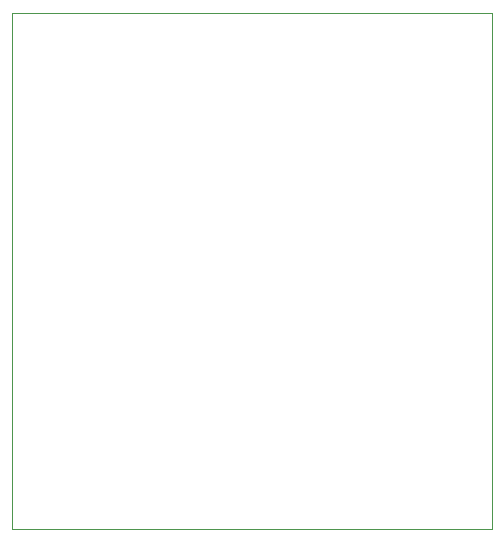
<source format=gbr>
G04 #@! TF.FileFunction,Profile,NP*
%FSLAX46Y46*%
G04 Gerber Fmt 4.6, Leading zero omitted, Abs format (unit mm)*
G04 Created by KiCad (PCBNEW 4.0.4-stable) date 11/28/16 12:21:10*
%MOMM*%
%LPD*%
G01*
G04 APERTURE LIST*
%ADD10C,0.100000*%
%ADD11C,0.010000*%
G04 APERTURE END LIST*
D10*
D11*
X184170000Y-121020000D02*
X184170000Y-121010000D01*
X224780000Y-121010000D02*
X224780000Y-121020000D01*
X224780000Y-121010000D02*
X224780000Y-99150000D01*
X224780000Y-99150000D02*
X184170000Y-99150000D01*
X184170000Y-99150000D02*
X184170000Y-121010000D01*
X184170000Y-121020000D02*
X184170000Y-142880000D01*
X224780000Y-142880000D02*
X224780000Y-121020000D01*
X184170000Y-142880000D02*
X224780000Y-142880000D01*
M02*

</source>
